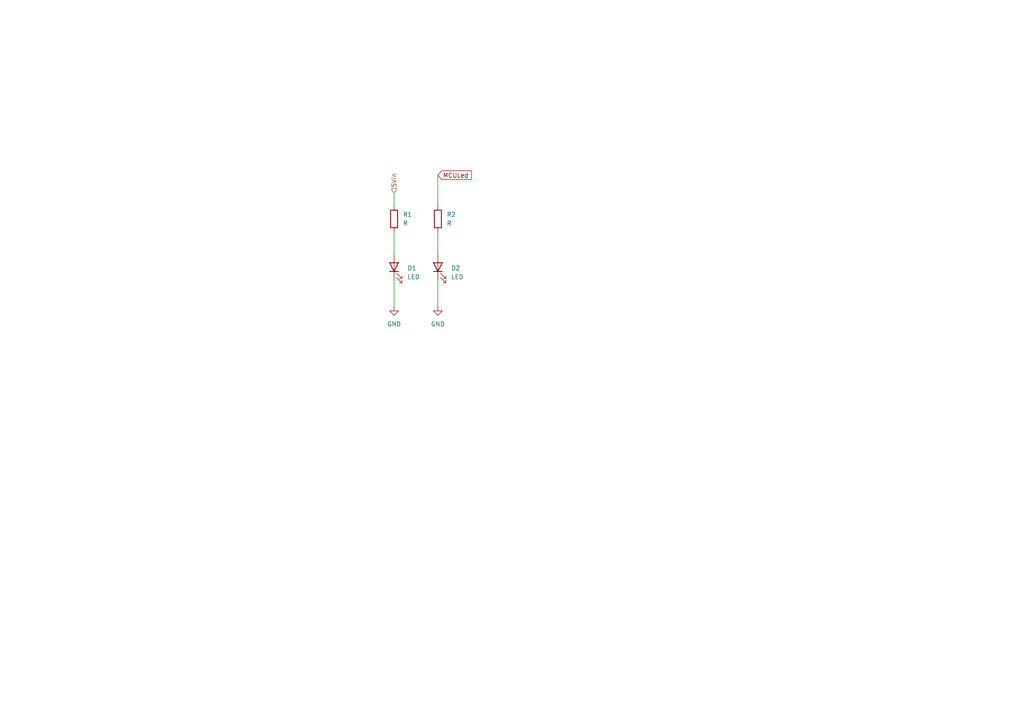
<source format=kicad_sch>
(kicad_sch (version 20250114) (generator "eeschema") (generator_version "9.0")
  (paper "A4")
  (lib_symbols
    (symbol "Device:LED" (pin_numbers (hide yes)) (pin_names (offset 1.016) (hide yes))
      (property "Reference" "D" (at 0 2.54 0))
      (property "Value" "LED" (at 0 -2.54 0))
      (symbol "LED_0_1"
        (polyline (pts (xy -3.048 -0.762) (xy -4.572 -2.286) (xy -3.81 -2.286) (xy -4.572 -2.286) (xy -4.572 -1.524)))
        (polyline (pts (xy -1.778 -0.762) (xy -3.302 -2.286) (xy -2.54 -2.286) (xy -3.302 -2.286) (xy -3.302 -1.524)))
        (polyline (pts (xy -1.27 0) (xy 1.27 0)))
        (polyline (pts (xy -1.27 -1.27) (xy -1.27 1.27)) (stroke (width 0.254)))
        (polyline (pts (xy 1.27 -1.27) (xy 1.27 1.27) (xy -1.27 0) (xy 1.27 -1.27)) (stroke (width 0.254)))
      )
      (symbol "LED_1_1"
        (pin passive line (at -3.81 0 0) (length 2.54) (name "K") (number "1"))
        (pin passive line (at 3.81 0 180) (length 2.54) (name "A") (number "2"))
      )
    )
    (symbol "Device:R" (pin_numbers (hide yes)) (pin_names (offset 0))
      (property "Reference" "R" (at 2.032 0 90))
      (property "Value" "R" (at 0 0 90))
      (symbol "R_0_1"
        (rectangle (start -1.016 -2.54) (end 1.016 2.54) (stroke (width 0.254)))
      )
      (symbol "R_1_1"
        (pin passive line (at 0 3.81 270) (length 1.27) (name "~") (number "1"))
        (pin passive line (at 0 -3.81 90) (length 1.27) (name "~") (number "2"))
      )
    )
    (symbol "power:GND" (power) (pin_numbers (hide yes)) (pin_names (offset 0) (hide yes))
      (property "Value" "GND" (at 0 -3.81 0))
      (symbol "GND_0_1"
        (polyline (pts (xy 0 0) (xy 0 -1.27) (xy 1.27 -1.27) (xy 0 -2.54) (xy -1.27 -1.27) (xy 0 -1.27)))
      )
      (symbol "GND_1_1"
        (pin power_in line (at 0 0 270) (length 0) (name "~") (number "1"))
      )
    )
  )
  (wire (pts (xy 127 67.31) (xy 127 73.66)))
  (wire (pts (xy 114.3 67.31) (xy 114.3 73.66)))
  (wire (pts (xy 114.3 81.28) (xy 114.3 88.9)))
  (wire (pts (xy 114.3 55.88) (xy 114.3 59.69)))
  (wire (pts (xy 127 81.28) (xy 127 88.9)))
  (wire (pts (xy 127 50.8) (xy 127 59.69)))
  (global_label "MCULed" (shape input) (at 127 50.8 0) (property "Intersheetrefs" "${INTERSHEET_REFS}" (effects (hide yes))))
  (hierarchical_label "5Vin" (shape input) (at 114.3 55.88 90))
  (symbol (lib_id "Device:LED") (at 127 77.47 90) (unit 1)
    (property "Reference" "D2" (at 130.81 77.7874 90) (effects (justify right)))
    (property "Value" "LED" (at 130.81 80.3274 90) (effects (justify right)))
    (property "Description" "Light emitting diode" (effects (hide yes)))
    (property "Sim.Pins" "1=K 2=A" (effects (hide yes)))
  )
  (symbol (lib_id "Device:R") (at 127 63.5 0) (unit 1)
    (property "Reference" "R2" (at 129.54 62.2299 0) (effects (justify left)))
    (property "Value" "R" (at 129.54 64.7699 0) (effects (justify left)))
    (property "Description" "Resistor" (effects (hide yes)))
  )
  (symbol (lib_id "power:GND") (at 114.3 88.9 0) (unit 1)
    (property "Reference" "#PWR02" (effects (hide yes)))
    (property "Value" "GND" (at 114.3 93.98 0))
    (property "Description" "Power symbol creates a global label with name \"GND\" , ground" (effects (hide yes)))
  )
  (symbol (lib_id "Device:LED") (at 114.3 77.47 90) (unit 1)
    (property "Reference" "D1" (at 118.11 77.7874 90) (effects (justify right)))
    (property "Value" "LED" (at 118.11 80.3274 90) (effects (justify right)))
    (property "Description" "Light emitting diode" (effects (hide yes)))
    (property "Sim.Pins" "1=K 2=A" (effects (hide yes)))
  )
  (symbol (lib_id "power:GND") (at 127 88.9 0) (unit 1)
    (property "Reference" "#PWR04" (effects (hide yes)))
    (property "Value" "GND" (at 127 93.98 0))
    (property "Description" "Power symbol creates a global label with name \"GND\" , ground" (effects (hide yes)))
  )
  (symbol (lib_id "Device:R") (at 114.3 63.5 0) (unit 1)
    (property "Reference" "R1" (at 116.84 62.2299 0) (effects (justify left)))
    (property "Value" "R" (at 116.84 64.7699 0) (effects (justify left)))
    (property "Description" "Resistor" (effects (hide yes)))
  )
)
</source>
